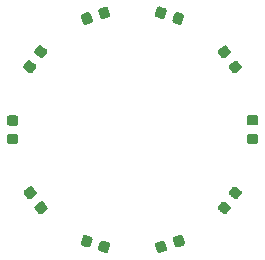
<source format=gbr>
G04 #@! TF.GenerationSoftware,KiCad,Pcbnew,(5.1.4)-1*
G04 #@! TF.CreationDate,2020-05-09T12:02:51-07:00*
G04 #@! TF.ProjectId,Kicad LED Rings_Circular_final,4b696361-6420-44c4-9544-2052696e6773,rev?*
G04 #@! TF.SameCoordinates,Original*
G04 #@! TF.FileFunction,Paste,Bot*
G04 #@! TF.FilePolarity,Positive*
%FSLAX46Y46*%
G04 Gerber Fmt 4.6, Leading zero omitted, Abs format (unit mm)*
G04 Created by KiCad (PCBNEW (5.1.4)-1) date 2020-05-09 12:02:51*
%MOMM*%
%LPD*%
G04 APERTURE LIST*
%ADD10C,0.100000*%
%ADD11C,0.875000*%
G04 APERTURE END LIST*
D10*
G36*
X105655519Y-88811858D02*
G01*
X105676688Y-88815424D01*
X105697406Y-88821048D01*
X106113493Y-88956243D01*
X106133559Y-88963871D01*
X106152781Y-88973429D01*
X106170974Y-88984824D01*
X106187962Y-88997948D01*
X106203582Y-89012674D01*
X106217683Y-89028860D01*
X106230130Y-89046351D01*
X106240803Y-89064977D01*
X106249598Y-89084559D01*
X106256432Y-89104909D01*
X106261238Y-89125832D01*
X106263971Y-89147124D01*
X106264603Y-89168582D01*
X106263129Y-89189998D01*
X106259563Y-89211167D01*
X106253939Y-89231884D01*
X106095568Y-89719301D01*
X106087940Y-89739368D01*
X106078383Y-89758590D01*
X106066987Y-89776782D01*
X106053863Y-89793771D01*
X106039137Y-89809391D01*
X106022951Y-89823492D01*
X106005461Y-89835939D01*
X105986835Y-89846612D01*
X105967252Y-89855407D01*
X105946902Y-89862241D01*
X105925980Y-89867047D01*
X105904687Y-89869780D01*
X105883229Y-89870412D01*
X105861813Y-89868938D01*
X105840644Y-89865372D01*
X105819926Y-89859748D01*
X105403839Y-89724553D01*
X105383773Y-89716925D01*
X105364551Y-89707367D01*
X105346358Y-89695972D01*
X105329370Y-89682848D01*
X105313750Y-89668122D01*
X105299649Y-89651936D01*
X105287202Y-89634445D01*
X105276529Y-89615819D01*
X105267734Y-89596237D01*
X105260900Y-89575887D01*
X105256094Y-89554964D01*
X105253361Y-89533672D01*
X105252729Y-89512214D01*
X105254203Y-89490798D01*
X105257769Y-89469629D01*
X105263393Y-89448912D01*
X105421764Y-88961495D01*
X105429392Y-88941428D01*
X105438949Y-88922206D01*
X105450345Y-88904014D01*
X105463469Y-88887025D01*
X105478195Y-88871405D01*
X105494381Y-88857304D01*
X105511871Y-88844857D01*
X105530497Y-88834184D01*
X105550080Y-88825389D01*
X105570430Y-88818555D01*
X105591352Y-88813749D01*
X105612645Y-88811016D01*
X105634103Y-88810384D01*
X105655519Y-88811858D01*
X105655519Y-88811858D01*
G37*
D11*
X105758666Y-89340398D03*
D10*
G36*
X107153433Y-89298560D02*
G01*
X107174602Y-89302126D01*
X107195320Y-89307750D01*
X107611407Y-89442945D01*
X107631473Y-89450573D01*
X107650695Y-89460131D01*
X107668888Y-89471526D01*
X107685876Y-89484650D01*
X107701496Y-89499376D01*
X107715597Y-89515562D01*
X107728044Y-89533053D01*
X107738717Y-89551679D01*
X107747512Y-89571261D01*
X107754346Y-89591611D01*
X107759152Y-89612534D01*
X107761885Y-89633826D01*
X107762517Y-89655284D01*
X107761043Y-89676700D01*
X107757477Y-89697869D01*
X107751853Y-89718586D01*
X107593482Y-90206003D01*
X107585854Y-90226070D01*
X107576297Y-90245292D01*
X107564901Y-90263484D01*
X107551777Y-90280473D01*
X107537051Y-90296093D01*
X107520865Y-90310194D01*
X107503375Y-90322641D01*
X107484749Y-90333314D01*
X107465166Y-90342109D01*
X107444816Y-90348943D01*
X107423894Y-90353749D01*
X107402601Y-90356482D01*
X107381143Y-90357114D01*
X107359727Y-90355640D01*
X107338558Y-90352074D01*
X107317840Y-90346450D01*
X106901753Y-90211255D01*
X106881687Y-90203627D01*
X106862465Y-90194069D01*
X106844272Y-90182674D01*
X106827284Y-90169550D01*
X106811664Y-90154824D01*
X106797563Y-90138638D01*
X106785116Y-90121147D01*
X106774443Y-90102521D01*
X106765648Y-90082939D01*
X106758814Y-90062589D01*
X106754008Y-90041666D01*
X106751275Y-90020374D01*
X106750643Y-89998916D01*
X106752117Y-89977500D01*
X106755683Y-89956331D01*
X106761307Y-89935614D01*
X106919678Y-89448197D01*
X106927306Y-89428130D01*
X106936863Y-89408908D01*
X106948259Y-89390716D01*
X106961383Y-89373727D01*
X106976109Y-89358107D01*
X106992295Y-89344006D01*
X107009785Y-89331559D01*
X107028411Y-89320886D01*
X107047994Y-89312091D01*
X107068344Y-89305257D01*
X107089266Y-89300451D01*
X107110559Y-89297718D01*
X107132017Y-89297086D01*
X107153433Y-89298560D01*
X107153433Y-89298560D01*
G37*
D11*
X107256580Y-89827100D03*
D10*
G36*
X112203887Y-89301820D02*
G01*
X112225179Y-89304553D01*
X112246102Y-89309359D01*
X112266452Y-89316193D01*
X112286034Y-89324988D01*
X112304660Y-89335661D01*
X112322151Y-89348108D01*
X112338337Y-89362209D01*
X112353063Y-89377829D01*
X112366187Y-89394817D01*
X112377582Y-89413010D01*
X112387140Y-89432232D01*
X112394768Y-89452299D01*
X112553139Y-89939716D01*
X112558763Y-89960433D01*
X112562329Y-89981602D01*
X112563803Y-90003018D01*
X112563171Y-90024476D01*
X112560438Y-90045769D01*
X112555632Y-90066691D01*
X112548798Y-90087041D01*
X112540003Y-90106624D01*
X112529330Y-90125250D01*
X112516883Y-90142740D01*
X112502782Y-90158926D01*
X112487162Y-90173652D01*
X112470173Y-90186776D01*
X112451981Y-90198172D01*
X112432759Y-90207729D01*
X112412693Y-90215357D01*
X111996606Y-90350552D01*
X111975888Y-90356176D01*
X111954719Y-90359742D01*
X111933303Y-90361216D01*
X111911845Y-90360584D01*
X111890553Y-90357851D01*
X111869630Y-90353045D01*
X111849280Y-90346211D01*
X111829698Y-90337416D01*
X111811072Y-90326743D01*
X111793581Y-90314296D01*
X111777395Y-90300195D01*
X111762669Y-90284575D01*
X111749545Y-90267587D01*
X111738150Y-90249394D01*
X111728592Y-90230172D01*
X111720964Y-90210105D01*
X111562593Y-89722688D01*
X111556969Y-89701971D01*
X111553403Y-89680802D01*
X111551929Y-89659386D01*
X111552561Y-89637928D01*
X111555294Y-89616635D01*
X111560100Y-89595713D01*
X111566934Y-89575363D01*
X111575729Y-89555780D01*
X111586402Y-89537154D01*
X111598849Y-89519664D01*
X111612950Y-89503478D01*
X111628570Y-89488752D01*
X111645559Y-89475628D01*
X111663751Y-89464232D01*
X111682973Y-89454675D01*
X111703039Y-89447047D01*
X112119126Y-89311852D01*
X112139844Y-89306228D01*
X112161013Y-89302662D01*
X112182429Y-89301188D01*
X112203887Y-89301820D01*
X112203887Y-89301820D01*
G37*
D11*
X112057866Y-89831202D03*
D10*
G36*
X113701801Y-88815118D02*
G01*
X113723093Y-88817851D01*
X113744016Y-88822657D01*
X113764366Y-88829491D01*
X113783948Y-88838286D01*
X113802574Y-88848959D01*
X113820065Y-88861406D01*
X113836251Y-88875507D01*
X113850977Y-88891127D01*
X113864101Y-88908115D01*
X113875496Y-88926308D01*
X113885054Y-88945530D01*
X113892682Y-88965597D01*
X114051053Y-89453014D01*
X114056677Y-89473731D01*
X114060243Y-89494900D01*
X114061717Y-89516316D01*
X114061085Y-89537774D01*
X114058352Y-89559067D01*
X114053546Y-89579989D01*
X114046712Y-89600339D01*
X114037917Y-89619922D01*
X114027244Y-89638548D01*
X114014797Y-89656038D01*
X114000696Y-89672224D01*
X113985076Y-89686950D01*
X113968087Y-89700074D01*
X113949895Y-89711470D01*
X113930673Y-89721027D01*
X113910607Y-89728655D01*
X113494520Y-89863850D01*
X113473802Y-89869474D01*
X113452633Y-89873040D01*
X113431217Y-89874514D01*
X113409759Y-89873882D01*
X113388467Y-89871149D01*
X113367544Y-89866343D01*
X113347194Y-89859509D01*
X113327612Y-89850714D01*
X113308986Y-89840041D01*
X113291495Y-89827594D01*
X113275309Y-89813493D01*
X113260583Y-89797873D01*
X113247459Y-89780885D01*
X113236064Y-89762692D01*
X113226506Y-89743470D01*
X113218878Y-89723403D01*
X113060507Y-89235986D01*
X113054883Y-89215269D01*
X113051317Y-89194100D01*
X113049843Y-89172684D01*
X113050475Y-89151226D01*
X113053208Y-89129933D01*
X113058014Y-89109011D01*
X113064848Y-89088661D01*
X113073643Y-89069078D01*
X113084316Y-89050452D01*
X113096763Y-89032962D01*
X113110864Y-89016776D01*
X113126484Y-89002050D01*
X113143473Y-88988926D01*
X113161665Y-88977530D01*
X113180887Y-88967973D01*
X113200953Y-88960345D01*
X113617040Y-88825150D01*
X113637758Y-88819526D01*
X113658927Y-88815960D01*
X113680343Y-88814486D01*
X113701801Y-88815118D01*
X113701801Y-88815118D01*
G37*
D11*
X113555780Y-89344500D03*
D10*
G36*
X101991331Y-85968977D02*
G01*
X102012673Y-85971291D01*
X102033686Y-85975686D01*
X102054166Y-85982119D01*
X102073918Y-85990528D01*
X102092750Y-86000833D01*
X102110481Y-86012934D01*
X102126941Y-86026715D01*
X102141971Y-86042043D01*
X102155425Y-86058770D01*
X102412581Y-86412714D01*
X102424332Y-86430679D01*
X102434265Y-86449710D01*
X102442285Y-86469623D01*
X102448315Y-86490226D01*
X102452296Y-86511320D01*
X102454190Y-86532704D01*
X102453980Y-86554170D01*
X102451666Y-86575512D01*
X102447271Y-86596524D01*
X102440838Y-86617005D01*
X102432429Y-86636756D01*
X102422124Y-86655588D01*
X102410023Y-86673320D01*
X102396242Y-86689779D01*
X102380914Y-86704809D01*
X102364187Y-86718265D01*
X101949565Y-87019505D01*
X101931599Y-87031255D01*
X101912569Y-87041188D01*
X101892656Y-87049208D01*
X101872053Y-87055238D01*
X101850958Y-87059219D01*
X101829575Y-87061113D01*
X101808109Y-87060903D01*
X101786767Y-87058589D01*
X101765754Y-87054194D01*
X101745274Y-87047761D01*
X101725522Y-87039352D01*
X101706690Y-87029047D01*
X101688959Y-87016946D01*
X101672499Y-87003165D01*
X101657469Y-86987837D01*
X101644015Y-86971110D01*
X101386859Y-86617166D01*
X101375108Y-86599201D01*
X101365175Y-86580170D01*
X101357155Y-86560257D01*
X101351125Y-86539654D01*
X101347144Y-86518560D01*
X101345250Y-86497176D01*
X101345460Y-86475710D01*
X101347774Y-86454368D01*
X101352169Y-86433356D01*
X101358602Y-86412875D01*
X101367011Y-86393124D01*
X101377316Y-86374292D01*
X101389417Y-86356560D01*
X101403198Y-86340101D01*
X101418526Y-86325071D01*
X101435253Y-86311615D01*
X101849875Y-86010375D01*
X101867841Y-85998625D01*
X101886871Y-85988692D01*
X101906784Y-85980672D01*
X101927387Y-85974642D01*
X101948482Y-85970661D01*
X101969865Y-85968767D01*
X101991331Y-85968977D01*
X101991331Y-85968977D01*
G37*
D11*
X101899720Y-86514940D03*
D10*
G36*
X101065569Y-84694775D02*
G01*
X101086911Y-84697089D01*
X101107924Y-84701484D01*
X101128404Y-84707917D01*
X101148156Y-84716326D01*
X101166988Y-84726631D01*
X101184719Y-84738732D01*
X101201179Y-84752513D01*
X101216209Y-84767841D01*
X101229663Y-84784568D01*
X101486819Y-85138512D01*
X101498570Y-85156477D01*
X101508503Y-85175508D01*
X101516523Y-85195421D01*
X101522553Y-85216024D01*
X101526534Y-85237118D01*
X101528428Y-85258502D01*
X101528218Y-85279968D01*
X101525904Y-85301310D01*
X101521509Y-85322322D01*
X101515076Y-85342803D01*
X101506667Y-85362554D01*
X101496362Y-85381386D01*
X101484261Y-85399118D01*
X101470480Y-85415577D01*
X101455152Y-85430607D01*
X101438425Y-85444063D01*
X101023803Y-85745303D01*
X101005837Y-85757053D01*
X100986807Y-85766986D01*
X100966894Y-85775006D01*
X100946291Y-85781036D01*
X100925196Y-85785017D01*
X100903813Y-85786911D01*
X100882347Y-85786701D01*
X100861005Y-85784387D01*
X100839992Y-85779992D01*
X100819512Y-85773559D01*
X100799760Y-85765150D01*
X100780928Y-85754845D01*
X100763197Y-85742744D01*
X100746737Y-85728963D01*
X100731707Y-85713635D01*
X100718253Y-85696908D01*
X100461097Y-85342964D01*
X100449346Y-85324999D01*
X100439413Y-85305968D01*
X100431393Y-85286055D01*
X100425363Y-85265452D01*
X100421382Y-85244358D01*
X100419488Y-85222974D01*
X100419698Y-85201508D01*
X100422012Y-85180166D01*
X100426407Y-85159154D01*
X100432840Y-85138673D01*
X100441249Y-85118922D01*
X100451554Y-85100090D01*
X100463655Y-85082358D01*
X100477436Y-85065899D01*
X100492764Y-85050869D01*
X100509491Y-85037413D01*
X100924113Y-84736173D01*
X100942079Y-84724423D01*
X100961109Y-84714490D01*
X100981022Y-84706470D01*
X101001625Y-84700440D01*
X101022720Y-84696459D01*
X101044103Y-84694565D01*
X101065569Y-84694775D01*
X101065569Y-84694775D01*
G37*
D11*
X100973958Y-85240738D03*
D10*
G36*
X118296121Y-84714239D02*
G01*
X118317215Y-84718220D01*
X118337818Y-84724250D01*
X118357731Y-84732270D01*
X118376762Y-84742203D01*
X118394727Y-84753953D01*
X118809349Y-85055193D01*
X118826076Y-85068648D01*
X118841404Y-85083678D01*
X118855185Y-85100138D01*
X118867286Y-85117869D01*
X118877591Y-85136701D01*
X118886000Y-85156453D01*
X118892433Y-85176933D01*
X118896828Y-85197946D01*
X118899142Y-85219288D01*
X118899352Y-85240754D01*
X118897458Y-85262137D01*
X118893477Y-85283232D01*
X118887447Y-85303835D01*
X118879427Y-85323748D01*
X118869494Y-85342778D01*
X118857743Y-85360744D01*
X118600587Y-85714688D01*
X118587132Y-85731415D01*
X118572102Y-85746743D01*
X118555643Y-85760524D01*
X118537911Y-85772625D01*
X118519079Y-85782930D01*
X118499328Y-85791339D01*
X118478847Y-85797772D01*
X118457835Y-85802167D01*
X118436493Y-85804481D01*
X118415027Y-85804691D01*
X118393643Y-85802797D01*
X118372549Y-85798816D01*
X118351946Y-85792786D01*
X118332033Y-85784766D01*
X118313002Y-85774833D01*
X118295037Y-85763083D01*
X117880415Y-85461843D01*
X117863688Y-85448388D01*
X117848360Y-85433358D01*
X117834579Y-85416898D01*
X117822478Y-85399167D01*
X117812173Y-85380335D01*
X117803764Y-85360583D01*
X117797331Y-85340103D01*
X117792936Y-85319090D01*
X117790622Y-85297748D01*
X117790412Y-85276282D01*
X117792306Y-85254899D01*
X117796287Y-85233804D01*
X117802317Y-85213201D01*
X117810337Y-85193288D01*
X117820270Y-85174258D01*
X117832021Y-85156292D01*
X118089177Y-84802348D01*
X118102632Y-84785621D01*
X118117662Y-84770293D01*
X118134121Y-84756512D01*
X118151853Y-84744411D01*
X118170685Y-84734106D01*
X118190436Y-84725697D01*
X118210917Y-84719264D01*
X118231929Y-84714869D01*
X118253271Y-84712555D01*
X118274737Y-84712345D01*
X118296121Y-84714239D01*
X118296121Y-84714239D01*
G37*
D11*
X118344882Y-85258518D03*
D10*
G36*
X117370359Y-85988441D02*
G01*
X117391453Y-85992422D01*
X117412056Y-85998452D01*
X117431969Y-86006472D01*
X117451000Y-86016405D01*
X117468965Y-86028155D01*
X117883587Y-86329395D01*
X117900314Y-86342850D01*
X117915642Y-86357880D01*
X117929423Y-86374340D01*
X117941524Y-86392071D01*
X117951829Y-86410903D01*
X117960238Y-86430655D01*
X117966671Y-86451135D01*
X117971066Y-86472148D01*
X117973380Y-86493490D01*
X117973590Y-86514956D01*
X117971696Y-86536339D01*
X117967715Y-86557434D01*
X117961685Y-86578037D01*
X117953665Y-86597950D01*
X117943732Y-86616980D01*
X117931981Y-86634946D01*
X117674825Y-86988890D01*
X117661370Y-87005617D01*
X117646340Y-87020945D01*
X117629881Y-87034726D01*
X117612149Y-87046827D01*
X117593317Y-87057132D01*
X117573566Y-87065541D01*
X117553085Y-87071974D01*
X117532073Y-87076369D01*
X117510731Y-87078683D01*
X117489265Y-87078893D01*
X117467881Y-87076999D01*
X117446787Y-87073018D01*
X117426184Y-87066988D01*
X117406271Y-87058968D01*
X117387240Y-87049035D01*
X117369275Y-87037285D01*
X116954653Y-86736045D01*
X116937926Y-86722590D01*
X116922598Y-86707560D01*
X116908817Y-86691100D01*
X116896716Y-86673369D01*
X116886411Y-86654537D01*
X116878002Y-86634785D01*
X116871569Y-86614305D01*
X116867174Y-86593292D01*
X116864860Y-86571950D01*
X116864650Y-86550484D01*
X116866544Y-86529101D01*
X116870525Y-86508006D01*
X116876555Y-86487403D01*
X116884575Y-86467490D01*
X116894508Y-86448460D01*
X116906259Y-86430494D01*
X117163415Y-86076550D01*
X117176870Y-86059823D01*
X117191900Y-86044495D01*
X117208359Y-86030714D01*
X117226091Y-86018613D01*
X117244923Y-86008308D01*
X117264674Y-85999899D01*
X117285155Y-85993466D01*
X117306167Y-85989071D01*
X117327509Y-85986757D01*
X117348975Y-85986547D01*
X117370359Y-85988441D01*
X117370359Y-85988441D01*
G37*
D11*
X117419120Y-86532720D03*
D10*
G36*
X99766951Y-78686893D02*
G01*
X99788186Y-78690043D01*
X99809010Y-78695259D01*
X99829222Y-78702491D01*
X99848628Y-78711670D01*
X99867041Y-78722706D01*
X99884284Y-78735494D01*
X99900190Y-78749910D01*
X99914606Y-78765816D01*
X99927394Y-78783059D01*
X99938430Y-78801472D01*
X99947609Y-78820878D01*
X99954841Y-78841090D01*
X99960057Y-78861914D01*
X99963207Y-78883149D01*
X99964260Y-78904590D01*
X99964260Y-79342090D01*
X99963207Y-79363531D01*
X99960057Y-79384766D01*
X99954841Y-79405590D01*
X99947609Y-79425802D01*
X99938430Y-79445208D01*
X99927394Y-79463621D01*
X99914606Y-79480864D01*
X99900190Y-79496770D01*
X99884284Y-79511186D01*
X99867041Y-79523974D01*
X99848628Y-79535010D01*
X99829222Y-79544189D01*
X99809010Y-79551421D01*
X99788186Y-79556637D01*
X99766951Y-79559787D01*
X99745510Y-79560840D01*
X99233010Y-79560840D01*
X99211569Y-79559787D01*
X99190334Y-79556637D01*
X99169510Y-79551421D01*
X99149298Y-79544189D01*
X99129892Y-79535010D01*
X99111479Y-79523974D01*
X99094236Y-79511186D01*
X99078330Y-79496770D01*
X99063914Y-79480864D01*
X99051126Y-79463621D01*
X99040090Y-79445208D01*
X99030911Y-79425802D01*
X99023679Y-79405590D01*
X99018463Y-79384766D01*
X99015313Y-79363531D01*
X99014260Y-79342090D01*
X99014260Y-78904590D01*
X99015313Y-78883149D01*
X99018463Y-78861914D01*
X99023679Y-78841090D01*
X99030911Y-78820878D01*
X99040090Y-78801472D01*
X99051126Y-78783059D01*
X99063914Y-78765816D01*
X99078330Y-78749910D01*
X99094236Y-78735494D01*
X99111479Y-78722706D01*
X99129892Y-78711670D01*
X99149298Y-78702491D01*
X99169510Y-78695259D01*
X99190334Y-78690043D01*
X99211569Y-78686893D01*
X99233010Y-78685840D01*
X99745510Y-78685840D01*
X99766951Y-78686893D01*
X99766951Y-78686893D01*
G37*
D11*
X99489260Y-79123340D03*
D10*
G36*
X99766951Y-80261893D02*
G01*
X99788186Y-80265043D01*
X99809010Y-80270259D01*
X99829222Y-80277491D01*
X99848628Y-80286670D01*
X99867041Y-80297706D01*
X99884284Y-80310494D01*
X99900190Y-80324910D01*
X99914606Y-80340816D01*
X99927394Y-80358059D01*
X99938430Y-80376472D01*
X99947609Y-80395878D01*
X99954841Y-80416090D01*
X99960057Y-80436914D01*
X99963207Y-80458149D01*
X99964260Y-80479590D01*
X99964260Y-80917090D01*
X99963207Y-80938531D01*
X99960057Y-80959766D01*
X99954841Y-80980590D01*
X99947609Y-81000802D01*
X99938430Y-81020208D01*
X99927394Y-81038621D01*
X99914606Y-81055864D01*
X99900190Y-81071770D01*
X99884284Y-81086186D01*
X99867041Y-81098974D01*
X99848628Y-81110010D01*
X99829222Y-81119189D01*
X99809010Y-81126421D01*
X99788186Y-81131637D01*
X99766951Y-81134787D01*
X99745510Y-81135840D01*
X99233010Y-81135840D01*
X99211569Y-81134787D01*
X99190334Y-81131637D01*
X99169510Y-81126421D01*
X99149298Y-81119189D01*
X99129892Y-81110010D01*
X99111479Y-81098974D01*
X99094236Y-81086186D01*
X99078330Y-81071770D01*
X99063914Y-81055864D01*
X99051126Y-81038621D01*
X99040090Y-81020208D01*
X99030911Y-81000802D01*
X99023679Y-80980590D01*
X99018463Y-80959766D01*
X99015313Y-80938531D01*
X99014260Y-80917090D01*
X99014260Y-80479590D01*
X99015313Y-80458149D01*
X99018463Y-80436914D01*
X99023679Y-80416090D01*
X99030911Y-80395878D01*
X99040090Y-80376472D01*
X99051126Y-80358059D01*
X99063914Y-80340816D01*
X99078330Y-80324910D01*
X99094236Y-80310494D01*
X99111479Y-80297706D01*
X99129892Y-80286670D01*
X99149298Y-80277491D01*
X99169510Y-80270259D01*
X99190334Y-80265043D01*
X99211569Y-80261893D01*
X99233010Y-80260840D01*
X99745510Y-80260840D01*
X99766951Y-80261893D01*
X99766951Y-80261893D01*
G37*
D11*
X99489260Y-80698340D03*
D10*
G36*
X120092031Y-80246753D02*
G01*
X120113266Y-80249903D01*
X120134090Y-80255119D01*
X120154302Y-80262351D01*
X120173708Y-80271530D01*
X120192121Y-80282566D01*
X120209364Y-80295354D01*
X120225270Y-80309770D01*
X120239686Y-80325676D01*
X120252474Y-80342919D01*
X120263510Y-80361332D01*
X120272689Y-80380738D01*
X120279921Y-80400950D01*
X120285137Y-80421774D01*
X120288287Y-80443009D01*
X120289340Y-80464450D01*
X120289340Y-80901950D01*
X120288287Y-80923391D01*
X120285137Y-80944626D01*
X120279921Y-80965450D01*
X120272689Y-80985662D01*
X120263510Y-81005068D01*
X120252474Y-81023481D01*
X120239686Y-81040724D01*
X120225270Y-81056630D01*
X120209364Y-81071046D01*
X120192121Y-81083834D01*
X120173708Y-81094870D01*
X120154302Y-81104049D01*
X120134090Y-81111281D01*
X120113266Y-81116497D01*
X120092031Y-81119647D01*
X120070590Y-81120700D01*
X119558090Y-81120700D01*
X119536649Y-81119647D01*
X119515414Y-81116497D01*
X119494590Y-81111281D01*
X119474378Y-81104049D01*
X119454972Y-81094870D01*
X119436559Y-81083834D01*
X119419316Y-81071046D01*
X119403410Y-81056630D01*
X119388994Y-81040724D01*
X119376206Y-81023481D01*
X119365170Y-81005068D01*
X119355991Y-80985662D01*
X119348759Y-80965450D01*
X119343543Y-80944626D01*
X119340393Y-80923391D01*
X119339340Y-80901950D01*
X119339340Y-80464450D01*
X119340393Y-80443009D01*
X119343543Y-80421774D01*
X119348759Y-80400950D01*
X119355991Y-80380738D01*
X119365170Y-80361332D01*
X119376206Y-80342919D01*
X119388994Y-80325676D01*
X119403410Y-80309770D01*
X119419316Y-80295354D01*
X119436559Y-80282566D01*
X119454972Y-80271530D01*
X119474378Y-80262351D01*
X119494590Y-80255119D01*
X119515414Y-80249903D01*
X119536649Y-80246753D01*
X119558090Y-80245700D01*
X120070590Y-80245700D01*
X120092031Y-80246753D01*
X120092031Y-80246753D01*
G37*
D11*
X119814340Y-80683200D03*
D10*
G36*
X120092031Y-78671753D02*
G01*
X120113266Y-78674903D01*
X120134090Y-78680119D01*
X120154302Y-78687351D01*
X120173708Y-78696530D01*
X120192121Y-78707566D01*
X120209364Y-78720354D01*
X120225270Y-78734770D01*
X120239686Y-78750676D01*
X120252474Y-78767919D01*
X120263510Y-78786332D01*
X120272689Y-78805738D01*
X120279921Y-78825950D01*
X120285137Y-78846774D01*
X120288287Y-78868009D01*
X120289340Y-78889450D01*
X120289340Y-79326950D01*
X120288287Y-79348391D01*
X120285137Y-79369626D01*
X120279921Y-79390450D01*
X120272689Y-79410662D01*
X120263510Y-79430068D01*
X120252474Y-79448481D01*
X120239686Y-79465724D01*
X120225270Y-79481630D01*
X120209364Y-79496046D01*
X120192121Y-79508834D01*
X120173708Y-79519870D01*
X120154302Y-79529049D01*
X120134090Y-79536281D01*
X120113266Y-79541497D01*
X120092031Y-79544647D01*
X120070590Y-79545700D01*
X119558090Y-79545700D01*
X119536649Y-79544647D01*
X119515414Y-79541497D01*
X119494590Y-79536281D01*
X119474378Y-79529049D01*
X119454972Y-79519870D01*
X119436559Y-79508834D01*
X119419316Y-79496046D01*
X119403410Y-79481630D01*
X119388994Y-79465724D01*
X119376206Y-79448481D01*
X119365170Y-79430068D01*
X119355991Y-79410662D01*
X119348759Y-79390450D01*
X119343543Y-79369626D01*
X119340393Y-79348391D01*
X119339340Y-79326950D01*
X119339340Y-78889450D01*
X119340393Y-78868009D01*
X119343543Y-78846774D01*
X119348759Y-78825950D01*
X119355991Y-78805738D01*
X119365170Y-78786332D01*
X119376206Y-78767919D01*
X119388994Y-78750676D01*
X119403410Y-78734770D01*
X119419316Y-78720354D01*
X119436559Y-78707566D01*
X119454972Y-78696530D01*
X119474378Y-78687351D01*
X119494590Y-78680119D01*
X119515414Y-78674903D01*
X119536649Y-78671753D01*
X119558090Y-78670700D01*
X120070590Y-78670700D01*
X120092031Y-78671753D01*
X120092031Y-78671753D01*
G37*
D11*
X119814340Y-79108200D03*
D10*
G36*
X100912497Y-74016543D02*
G01*
X100933591Y-74020524D01*
X100954194Y-74026554D01*
X100974107Y-74034574D01*
X100993138Y-74044507D01*
X101011103Y-74056257D01*
X101425725Y-74357497D01*
X101442452Y-74370952D01*
X101457780Y-74385982D01*
X101471561Y-74402442D01*
X101483662Y-74420173D01*
X101493967Y-74439005D01*
X101502376Y-74458757D01*
X101508809Y-74479237D01*
X101513204Y-74500250D01*
X101515518Y-74521592D01*
X101515728Y-74543058D01*
X101513834Y-74564441D01*
X101509853Y-74585536D01*
X101503823Y-74606139D01*
X101495803Y-74626052D01*
X101485870Y-74645082D01*
X101474119Y-74663048D01*
X101216963Y-75016992D01*
X101203508Y-75033719D01*
X101188478Y-75049047D01*
X101172019Y-75062828D01*
X101154287Y-75074929D01*
X101135455Y-75085234D01*
X101115704Y-75093643D01*
X101095223Y-75100076D01*
X101074211Y-75104471D01*
X101052869Y-75106785D01*
X101031403Y-75106995D01*
X101010019Y-75105101D01*
X100988925Y-75101120D01*
X100968322Y-75095090D01*
X100948409Y-75087070D01*
X100929378Y-75077137D01*
X100911413Y-75065387D01*
X100496791Y-74764147D01*
X100480064Y-74750692D01*
X100464736Y-74735662D01*
X100450955Y-74719202D01*
X100438854Y-74701471D01*
X100428549Y-74682639D01*
X100420140Y-74662887D01*
X100413707Y-74642407D01*
X100409312Y-74621394D01*
X100406998Y-74600052D01*
X100406788Y-74578586D01*
X100408682Y-74557203D01*
X100412663Y-74536108D01*
X100418693Y-74515505D01*
X100426713Y-74495592D01*
X100436646Y-74476562D01*
X100448397Y-74458596D01*
X100705553Y-74104652D01*
X100719008Y-74087925D01*
X100734038Y-74072597D01*
X100750497Y-74058816D01*
X100768229Y-74046715D01*
X100787061Y-74036410D01*
X100806812Y-74028001D01*
X100827293Y-74021568D01*
X100848305Y-74017173D01*
X100869647Y-74014859D01*
X100891113Y-74014649D01*
X100912497Y-74016543D01*
X100912497Y-74016543D01*
G37*
D11*
X100961258Y-74560822D03*
D10*
G36*
X101838259Y-72742341D02*
G01*
X101859353Y-72746322D01*
X101879956Y-72752352D01*
X101899869Y-72760372D01*
X101918900Y-72770305D01*
X101936865Y-72782055D01*
X102351487Y-73083295D01*
X102368214Y-73096750D01*
X102383542Y-73111780D01*
X102397323Y-73128240D01*
X102409424Y-73145971D01*
X102419729Y-73164803D01*
X102428138Y-73184555D01*
X102434571Y-73205035D01*
X102438966Y-73226048D01*
X102441280Y-73247390D01*
X102441490Y-73268856D01*
X102439596Y-73290239D01*
X102435615Y-73311334D01*
X102429585Y-73331937D01*
X102421565Y-73351850D01*
X102411632Y-73370880D01*
X102399881Y-73388846D01*
X102142725Y-73742790D01*
X102129270Y-73759517D01*
X102114240Y-73774845D01*
X102097781Y-73788626D01*
X102080049Y-73800727D01*
X102061217Y-73811032D01*
X102041466Y-73819441D01*
X102020985Y-73825874D01*
X101999973Y-73830269D01*
X101978631Y-73832583D01*
X101957165Y-73832793D01*
X101935781Y-73830899D01*
X101914687Y-73826918D01*
X101894084Y-73820888D01*
X101874171Y-73812868D01*
X101855140Y-73802935D01*
X101837175Y-73791185D01*
X101422553Y-73489945D01*
X101405826Y-73476490D01*
X101390498Y-73461460D01*
X101376717Y-73445000D01*
X101364616Y-73427269D01*
X101354311Y-73408437D01*
X101345902Y-73388685D01*
X101339469Y-73368205D01*
X101335074Y-73347192D01*
X101332760Y-73325850D01*
X101332550Y-73304384D01*
X101334444Y-73283001D01*
X101338425Y-73261906D01*
X101344455Y-73241303D01*
X101352475Y-73221390D01*
X101362408Y-73202360D01*
X101374159Y-73184394D01*
X101631315Y-72830450D01*
X101644770Y-72813723D01*
X101659800Y-72798395D01*
X101676259Y-72784614D01*
X101693991Y-72772513D01*
X101712823Y-72762208D01*
X101732574Y-72753799D01*
X101753055Y-72747366D01*
X101774067Y-72742971D01*
X101795409Y-72740657D01*
X101816875Y-72740447D01*
X101838259Y-72742341D01*
X101838259Y-72742341D01*
G37*
D11*
X101887020Y-73286620D03*
D10*
G36*
X117501909Y-72766935D02*
G01*
X117523251Y-72769249D01*
X117544264Y-72773644D01*
X117564744Y-72780077D01*
X117584496Y-72788486D01*
X117603328Y-72798791D01*
X117621059Y-72810892D01*
X117637519Y-72824673D01*
X117652549Y-72840001D01*
X117666003Y-72856728D01*
X117923159Y-73210672D01*
X117934910Y-73228637D01*
X117944843Y-73247668D01*
X117952863Y-73267581D01*
X117958893Y-73288184D01*
X117962874Y-73309278D01*
X117964768Y-73330662D01*
X117964558Y-73352128D01*
X117962244Y-73373470D01*
X117957849Y-73394482D01*
X117951416Y-73414963D01*
X117943007Y-73434714D01*
X117932702Y-73453546D01*
X117920601Y-73471278D01*
X117906820Y-73487737D01*
X117891492Y-73502767D01*
X117874765Y-73516223D01*
X117460143Y-73817463D01*
X117442177Y-73829213D01*
X117423147Y-73839146D01*
X117403234Y-73847166D01*
X117382631Y-73853196D01*
X117361536Y-73857177D01*
X117340153Y-73859071D01*
X117318687Y-73858861D01*
X117297345Y-73856547D01*
X117276332Y-73852152D01*
X117255852Y-73845719D01*
X117236100Y-73837310D01*
X117217268Y-73827005D01*
X117199537Y-73814904D01*
X117183077Y-73801123D01*
X117168047Y-73785795D01*
X117154593Y-73769068D01*
X116897437Y-73415124D01*
X116885686Y-73397159D01*
X116875753Y-73378128D01*
X116867733Y-73358215D01*
X116861703Y-73337612D01*
X116857722Y-73316518D01*
X116855828Y-73295134D01*
X116856038Y-73273668D01*
X116858352Y-73252326D01*
X116862747Y-73231314D01*
X116869180Y-73210833D01*
X116877589Y-73191082D01*
X116887894Y-73172250D01*
X116899995Y-73154518D01*
X116913776Y-73138059D01*
X116929104Y-73123029D01*
X116945831Y-73109573D01*
X117360453Y-72808333D01*
X117378419Y-72796583D01*
X117397449Y-72786650D01*
X117417362Y-72778630D01*
X117437965Y-72772600D01*
X117459060Y-72768619D01*
X117480443Y-72766725D01*
X117501909Y-72766935D01*
X117501909Y-72766935D01*
G37*
D11*
X117410298Y-73312898D03*
D10*
G36*
X118427671Y-74041137D02*
G01*
X118449013Y-74043451D01*
X118470026Y-74047846D01*
X118490506Y-74054279D01*
X118510258Y-74062688D01*
X118529090Y-74072993D01*
X118546821Y-74085094D01*
X118563281Y-74098875D01*
X118578311Y-74114203D01*
X118591765Y-74130930D01*
X118848921Y-74484874D01*
X118860672Y-74502839D01*
X118870605Y-74521870D01*
X118878625Y-74541783D01*
X118884655Y-74562386D01*
X118888636Y-74583480D01*
X118890530Y-74604864D01*
X118890320Y-74626330D01*
X118888006Y-74647672D01*
X118883611Y-74668684D01*
X118877178Y-74689165D01*
X118868769Y-74708916D01*
X118858464Y-74727748D01*
X118846363Y-74745480D01*
X118832582Y-74761939D01*
X118817254Y-74776969D01*
X118800527Y-74790425D01*
X118385905Y-75091665D01*
X118367939Y-75103415D01*
X118348909Y-75113348D01*
X118328996Y-75121368D01*
X118308393Y-75127398D01*
X118287298Y-75131379D01*
X118265915Y-75133273D01*
X118244449Y-75133063D01*
X118223107Y-75130749D01*
X118202094Y-75126354D01*
X118181614Y-75119921D01*
X118161862Y-75111512D01*
X118143030Y-75101207D01*
X118125299Y-75089106D01*
X118108839Y-75075325D01*
X118093809Y-75059997D01*
X118080355Y-75043270D01*
X117823199Y-74689326D01*
X117811448Y-74671361D01*
X117801515Y-74652330D01*
X117793495Y-74632417D01*
X117787465Y-74611814D01*
X117783484Y-74590720D01*
X117781590Y-74569336D01*
X117781800Y-74547870D01*
X117784114Y-74526528D01*
X117788509Y-74505516D01*
X117794942Y-74485035D01*
X117803351Y-74465284D01*
X117813656Y-74446452D01*
X117825757Y-74428720D01*
X117839538Y-74412261D01*
X117854866Y-74397231D01*
X117871593Y-74383775D01*
X118286215Y-74082535D01*
X118304181Y-74070785D01*
X118323211Y-74060852D01*
X118343124Y-74052832D01*
X118363727Y-74046802D01*
X118384822Y-74042821D01*
X118406205Y-74040927D01*
X118427671Y-74041137D01*
X118427671Y-74041137D01*
G37*
D11*
X118336060Y-74587100D03*
D10*
G36*
X107415301Y-69480638D02*
G01*
X107436593Y-69483371D01*
X107457516Y-69488177D01*
X107477866Y-69495011D01*
X107497448Y-69503806D01*
X107516074Y-69514479D01*
X107533565Y-69526926D01*
X107549751Y-69541027D01*
X107564477Y-69556647D01*
X107577601Y-69573635D01*
X107588996Y-69591828D01*
X107598554Y-69611050D01*
X107606182Y-69631117D01*
X107764553Y-70118534D01*
X107770177Y-70139251D01*
X107773743Y-70160420D01*
X107775217Y-70181836D01*
X107774585Y-70203294D01*
X107771852Y-70224587D01*
X107767046Y-70245509D01*
X107760212Y-70265859D01*
X107751417Y-70285442D01*
X107740744Y-70304068D01*
X107728297Y-70321558D01*
X107714196Y-70337744D01*
X107698576Y-70352470D01*
X107681587Y-70365594D01*
X107663395Y-70376990D01*
X107644173Y-70386547D01*
X107624107Y-70394175D01*
X107208020Y-70529370D01*
X107187302Y-70534994D01*
X107166133Y-70538560D01*
X107144717Y-70540034D01*
X107123259Y-70539402D01*
X107101967Y-70536669D01*
X107081044Y-70531863D01*
X107060694Y-70525029D01*
X107041112Y-70516234D01*
X107022486Y-70505561D01*
X107004995Y-70493114D01*
X106988809Y-70479013D01*
X106974083Y-70463393D01*
X106960959Y-70446405D01*
X106949564Y-70428212D01*
X106940006Y-70408990D01*
X106932378Y-70388923D01*
X106774007Y-69901506D01*
X106768383Y-69880789D01*
X106764817Y-69859620D01*
X106763343Y-69838204D01*
X106763975Y-69816746D01*
X106766708Y-69795453D01*
X106771514Y-69774531D01*
X106778348Y-69754181D01*
X106787143Y-69734598D01*
X106797816Y-69715972D01*
X106810263Y-69698482D01*
X106824364Y-69682296D01*
X106839984Y-69667570D01*
X106856973Y-69654446D01*
X106875165Y-69643050D01*
X106894387Y-69633493D01*
X106914453Y-69625865D01*
X107330540Y-69490670D01*
X107351258Y-69485046D01*
X107372427Y-69481480D01*
X107393843Y-69480006D01*
X107415301Y-69480638D01*
X107415301Y-69480638D01*
G37*
D11*
X107269280Y-70010020D03*
D10*
G36*
X105917387Y-69967340D02*
G01*
X105938679Y-69970073D01*
X105959602Y-69974879D01*
X105979952Y-69981713D01*
X105999534Y-69990508D01*
X106018160Y-70001181D01*
X106035651Y-70013628D01*
X106051837Y-70027729D01*
X106066563Y-70043349D01*
X106079687Y-70060337D01*
X106091082Y-70078530D01*
X106100640Y-70097752D01*
X106108268Y-70117819D01*
X106266639Y-70605236D01*
X106272263Y-70625953D01*
X106275829Y-70647122D01*
X106277303Y-70668538D01*
X106276671Y-70689996D01*
X106273938Y-70711289D01*
X106269132Y-70732211D01*
X106262298Y-70752561D01*
X106253503Y-70772144D01*
X106242830Y-70790770D01*
X106230383Y-70808260D01*
X106216282Y-70824446D01*
X106200662Y-70839172D01*
X106183673Y-70852296D01*
X106165481Y-70863692D01*
X106146259Y-70873249D01*
X106126193Y-70880877D01*
X105710106Y-71016072D01*
X105689388Y-71021696D01*
X105668219Y-71025262D01*
X105646803Y-71026736D01*
X105625345Y-71026104D01*
X105604053Y-71023371D01*
X105583130Y-71018565D01*
X105562780Y-71011731D01*
X105543198Y-71002936D01*
X105524572Y-70992263D01*
X105507081Y-70979816D01*
X105490895Y-70965715D01*
X105476169Y-70950095D01*
X105463045Y-70933107D01*
X105451650Y-70914914D01*
X105442092Y-70895692D01*
X105434464Y-70875625D01*
X105276093Y-70388208D01*
X105270469Y-70367491D01*
X105266903Y-70346322D01*
X105265429Y-70324906D01*
X105266061Y-70303448D01*
X105268794Y-70282155D01*
X105273600Y-70261233D01*
X105280434Y-70240883D01*
X105289229Y-70221300D01*
X105299902Y-70202674D01*
X105312349Y-70185184D01*
X105326450Y-70168998D01*
X105342070Y-70154272D01*
X105359059Y-70141148D01*
X105377251Y-70129752D01*
X105396473Y-70120195D01*
X105416539Y-70112567D01*
X105832626Y-69977372D01*
X105853344Y-69971748D01*
X105874513Y-69968182D01*
X105895929Y-69966708D01*
X105917387Y-69967340D01*
X105917387Y-69967340D01*
G37*
D11*
X105771366Y-70496722D03*
D10*
G36*
X113432313Y-69951380D02*
G01*
X113453482Y-69954946D01*
X113474200Y-69960570D01*
X113890287Y-70095765D01*
X113910353Y-70103393D01*
X113929575Y-70112951D01*
X113947768Y-70124346D01*
X113964756Y-70137470D01*
X113980376Y-70152196D01*
X113994477Y-70168382D01*
X114006924Y-70185873D01*
X114017597Y-70204499D01*
X114026392Y-70224081D01*
X114033226Y-70244431D01*
X114038032Y-70265354D01*
X114040765Y-70286646D01*
X114041397Y-70308104D01*
X114039923Y-70329520D01*
X114036357Y-70350689D01*
X114030733Y-70371406D01*
X113872362Y-70858823D01*
X113864734Y-70878890D01*
X113855177Y-70898112D01*
X113843781Y-70916304D01*
X113830657Y-70933293D01*
X113815931Y-70948913D01*
X113799745Y-70963014D01*
X113782255Y-70975461D01*
X113763629Y-70986134D01*
X113744046Y-70994929D01*
X113723696Y-71001763D01*
X113702774Y-71006569D01*
X113681481Y-71009302D01*
X113660023Y-71009934D01*
X113638607Y-71008460D01*
X113617438Y-71004894D01*
X113596720Y-70999270D01*
X113180633Y-70864075D01*
X113160567Y-70856447D01*
X113141345Y-70846889D01*
X113123152Y-70835494D01*
X113106164Y-70822370D01*
X113090544Y-70807644D01*
X113076443Y-70791458D01*
X113063996Y-70773967D01*
X113053323Y-70755341D01*
X113044528Y-70735759D01*
X113037694Y-70715409D01*
X113032888Y-70694486D01*
X113030155Y-70673194D01*
X113029523Y-70651736D01*
X113030997Y-70630320D01*
X113034563Y-70609151D01*
X113040187Y-70588434D01*
X113198558Y-70101017D01*
X113206186Y-70080950D01*
X113215743Y-70061728D01*
X113227139Y-70043536D01*
X113240263Y-70026547D01*
X113254989Y-70010927D01*
X113271175Y-69996826D01*
X113288665Y-69984379D01*
X113307291Y-69973706D01*
X113326874Y-69964911D01*
X113347224Y-69958077D01*
X113368146Y-69953271D01*
X113389439Y-69950538D01*
X113410897Y-69949906D01*
X113432313Y-69951380D01*
X113432313Y-69951380D01*
G37*
D11*
X113535460Y-70479920D03*
D10*
G36*
X111934399Y-69464678D02*
G01*
X111955568Y-69468244D01*
X111976286Y-69473868D01*
X112392373Y-69609063D01*
X112412439Y-69616691D01*
X112431661Y-69626249D01*
X112449854Y-69637644D01*
X112466842Y-69650768D01*
X112482462Y-69665494D01*
X112496563Y-69681680D01*
X112509010Y-69699171D01*
X112519683Y-69717797D01*
X112528478Y-69737379D01*
X112535312Y-69757729D01*
X112540118Y-69778652D01*
X112542851Y-69799944D01*
X112543483Y-69821402D01*
X112542009Y-69842818D01*
X112538443Y-69863987D01*
X112532819Y-69884704D01*
X112374448Y-70372121D01*
X112366820Y-70392188D01*
X112357263Y-70411410D01*
X112345867Y-70429602D01*
X112332743Y-70446591D01*
X112318017Y-70462211D01*
X112301831Y-70476312D01*
X112284341Y-70488759D01*
X112265715Y-70499432D01*
X112246132Y-70508227D01*
X112225782Y-70515061D01*
X112204860Y-70519867D01*
X112183567Y-70522600D01*
X112162109Y-70523232D01*
X112140693Y-70521758D01*
X112119524Y-70518192D01*
X112098806Y-70512568D01*
X111682719Y-70377373D01*
X111662653Y-70369745D01*
X111643431Y-70360187D01*
X111625238Y-70348792D01*
X111608250Y-70335668D01*
X111592630Y-70320942D01*
X111578529Y-70304756D01*
X111566082Y-70287265D01*
X111555409Y-70268639D01*
X111546614Y-70249057D01*
X111539780Y-70228707D01*
X111534974Y-70207784D01*
X111532241Y-70186492D01*
X111531609Y-70165034D01*
X111533083Y-70143618D01*
X111536649Y-70122449D01*
X111542273Y-70101732D01*
X111700644Y-69614315D01*
X111708272Y-69594248D01*
X111717829Y-69575026D01*
X111729225Y-69556834D01*
X111742349Y-69539845D01*
X111757075Y-69524225D01*
X111773261Y-69510124D01*
X111790751Y-69497677D01*
X111809377Y-69487004D01*
X111828960Y-69478209D01*
X111849310Y-69471375D01*
X111870232Y-69466569D01*
X111891525Y-69463836D01*
X111912983Y-69463204D01*
X111934399Y-69464678D01*
X111934399Y-69464678D01*
G37*
D11*
X112037546Y-69993218D03*
M02*

</source>
